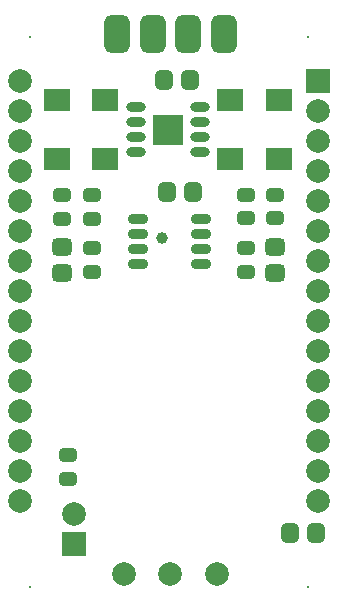
<source format=gbr>
%TF.GenerationSoftware,Altium Limited,Altium Designer,23.4.1 (23)*%
G04 Layer_Color=8388736*
%FSLAX45Y45*%
%MOMM*%
%TF.SameCoordinates,B93E8061-1334-4625-9DA7-9BA1A821EA0A*%
%TF.FilePolarity,Negative*%
%TF.FileFunction,Soldermask,Top*%
%TF.Part,Single*%
G01*
G75*
%TA.AperFunction,SMDPad,CuDef*%
G04:AMPARAMS|DCode=26|XSize=1.2032mm|YSize=1.5032mm|CornerRadius=0.3516mm|HoleSize=0mm|Usage=FLASHONLY|Rotation=270.000|XOffset=0mm|YOffset=0mm|HoleType=Round|Shape=RoundedRectangle|*
%AMROUNDEDRECTD26*
21,1,1.20320,0.80000,0,0,270.0*
21,1,0.50000,1.50320,0,0,270.0*
1,1,0.70320,-0.40000,-0.25000*
1,1,0.70320,-0.40000,0.25000*
1,1,0.70320,0.40000,0.25000*
1,1,0.70320,0.40000,-0.25000*
%
%ADD26ROUNDEDRECTD26*%
G04:AMPARAMS|DCode=27|XSize=2.2032mm|YSize=3.2032mm|CornerRadius=0.6016mm|HoleSize=0mm|Usage=FLASHONLY|Rotation=0.000|XOffset=0mm|YOffset=0mm|HoleType=Round|Shape=RoundedRectangle|*
%AMROUNDEDRECTD27*
21,1,2.20320,2.00000,0,0,0.0*
21,1,1.00000,3.20320,0,0,0.0*
1,1,1.20320,0.50000,-1.00000*
1,1,1.20320,-0.50000,-1.00000*
1,1,1.20320,-0.50000,1.00000*
1,1,1.20320,0.50000,1.00000*
%
%ADD27ROUNDEDRECTD27*%
G04:AMPARAMS|DCode=28|XSize=1.5032mm|YSize=1.7032mm|CornerRadius=0.4266mm|HoleSize=0mm|Usage=FLASHONLY|Rotation=180.000|XOffset=0mm|YOffset=0mm|HoleType=Round|Shape=RoundedRectangle|*
%AMROUNDEDRECTD28*
21,1,1.50320,0.85000,0,0,180.0*
21,1,0.65000,1.70320,0,0,180.0*
1,1,0.85320,-0.32500,0.42500*
1,1,0.85320,0.32500,0.42500*
1,1,0.85320,0.32500,-0.42500*
1,1,0.85320,-0.32500,-0.42500*
%
%ADD28ROUNDEDRECTD28*%
%ADD29R,2.20320X1.88320*%
G04:AMPARAMS|DCode=30|XSize=1.5032mm|YSize=1.7032mm|CornerRadius=0.4266mm|HoleSize=0mm|Usage=FLASHONLY|Rotation=90.000|XOffset=0mm|YOffset=0mm|HoleType=Round|Shape=RoundedRectangle|*
%AMROUNDEDRECTD30*
21,1,1.50320,0.85000,0,0,90.0*
21,1,0.65000,1.70320,0,0,90.0*
1,1,0.85320,0.42500,0.32500*
1,1,0.85320,0.42500,-0.32500*
1,1,0.85320,-0.42500,-0.32500*
1,1,0.85320,-0.42500,0.32500*
%
%ADD30ROUNDEDRECTD30*%
%ADD31R,2.59320X2.59320*%
%ADD32O,1.65320X0.80320*%
G04:AMPARAMS|DCode=33|XSize=1.7032mm|YSize=0.8032mm|CornerRadius=0.3416mm|HoleSize=0mm|Usage=FLASHONLY|Rotation=0.000|XOffset=0mm|YOffset=0mm|HoleType=Round|Shape=RoundedRectangle|*
%AMROUNDEDRECTD33*
21,1,1.70320,0.12000,0,0,0.0*
21,1,1.02000,0.80320,0,0,0.0*
1,1,0.68320,0.51000,-0.06000*
1,1,0.68320,-0.51000,-0.06000*
1,1,0.68320,-0.51000,0.06000*
1,1,0.68320,0.51000,0.06000*
%
%ADD33ROUNDEDRECTD33*%
%TA.AperFunction,ComponentPad*%
%ADD34R,2.00320X2.00320*%
%ADD35C,2.00320*%
%TA.AperFunction,WasherPad*%
%ADD36C,0.20320*%
%TA.AperFunction,ViaPad*%
%ADD37C,1.00320*%
D26*
X549998Y1351250D02*
D03*
Y1148751D02*
D03*
X505406Y3355955D02*
D03*
Y3558454D02*
D03*
X755403Y2905953D02*
D03*
Y3108452D02*
D03*
Y3558454D02*
D03*
Y3355955D02*
D03*
X2055405Y2905953D02*
D03*
Y3108452D02*
D03*
X2305402Y3559703D02*
D03*
Y3357204D02*
D03*
X2055405Y3559703D02*
D03*
Y3357204D02*
D03*
D27*
X1570001Y4920001D02*
D03*
X1870000D02*
D03*
X1269999D02*
D03*
X970000D02*
D03*
D28*
X1583407Y4529201D02*
D03*
X1363407D02*
D03*
X1613404Y3579200D02*
D03*
X1393405D02*
D03*
X2650000Y690001D02*
D03*
X2430000D02*
D03*
D29*
X865405Y4357202D02*
D03*
X455408D02*
D03*
X865405Y3857203D02*
D03*
X455408D02*
D03*
X2335405Y4357202D02*
D03*
X1925408D02*
D03*
X2335405Y3857203D02*
D03*
X1925408D02*
D03*
D30*
X505406Y3117205D02*
D03*
Y2897200D02*
D03*
X2305402Y3117205D02*
D03*
Y2897200D02*
D03*
D31*
X1400405Y4107200D02*
D03*
D32*
X1672906Y3916700D02*
D03*
Y4043700D02*
D03*
Y4170700D02*
D03*
Y4297700D02*
D03*
X1127909Y3916700D02*
D03*
Y4043700D02*
D03*
Y4170700D02*
D03*
Y4297700D02*
D03*
D33*
X1148407Y3356204D02*
D03*
Y3229204D02*
D03*
Y3102204D02*
D03*
Y2975204D02*
D03*
X1678403D02*
D03*
Y3102204D02*
D03*
Y3229204D02*
D03*
Y3356204D02*
D03*
D34*
X600000Y600000D02*
D03*
X2669999Y4520001D02*
D03*
D35*
X600000Y854000D02*
D03*
X145000Y4520001D02*
D03*
Y4266001D02*
D03*
Y4012001D02*
D03*
Y3758001D02*
D03*
Y3504001D02*
D03*
Y3250001D02*
D03*
Y2996001D02*
D03*
Y2742001D02*
D03*
Y2488001D02*
D03*
Y2234001D02*
D03*
Y1980001D02*
D03*
Y1726001D02*
D03*
Y1472001D02*
D03*
Y1218001D02*
D03*
Y964001D02*
D03*
X2669999D02*
D03*
Y1218001D02*
D03*
Y1472001D02*
D03*
Y1726001D02*
D03*
Y1980001D02*
D03*
Y2234001D02*
D03*
Y2488001D02*
D03*
Y2742001D02*
D03*
Y2996001D02*
D03*
Y3250001D02*
D03*
Y3504001D02*
D03*
Y3758001D02*
D03*
Y4012001D02*
D03*
Y4266001D02*
D03*
X1816001Y350000D02*
D03*
X1420000D02*
D03*
X1023999D02*
D03*
D36*
X233500Y233400D02*
D03*
X2583500D02*
D03*
Y4897500D02*
D03*
X233500D02*
D03*
D37*
X1345000Y3195000D02*
D03*
%TF.MD5,abedb8ea7ad104eb91acb8fde9ee482a*%
M02*

</source>
